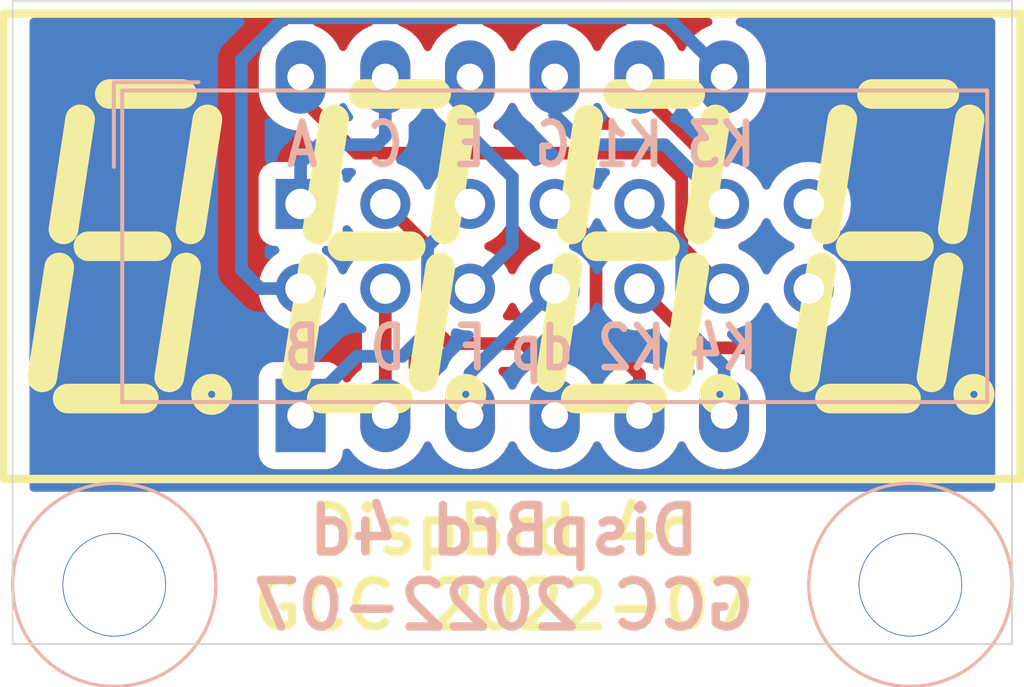
<source format=kicad_pcb>
(kicad_pcb (version 20211014) (generator pcbnew)
  (layers (0 "F.Cu" signal) (31 "B.Cu" signal) (36 "B.SilkS" user "B.Silkscreen") (37 "F.SilkS" user "F.Silkscreen") (38 "B.Mask" user) (39 "F.Mask" user) (44 "Edge.Cuts" user))
  (net 0 "")
  (net 1 "/K_SegA")
  (net 2 "/K_SegB")
  (net 3 "/K_SegC")
  (net 4 "/K_SegDP")
  (net 5 "/A0")
  (net 6 "/K_SegD")
  (net 7 "/K_SegE")
  (net 8 "/K_SegG")
  (net 9 "/K_SegF")
  (net 10 "/A1")
  (net 11 "/A2")
  (net 12 "/A3")
  (net 13 "Net-(P5-Pad14)")
  (net 14 "Net-(P5-Pad13)")
  (footprint "GCC_Display:Disp7s4x_036_6+6" (layer "F.Cu") (at 40.386 30.226)
    (fp_text reference "S3" hide)
    (fp_text value "LEDDSP4_CA_6+6" hide)
    (fp_line (start -2.16154 0.635) (end -2.66954 3.93446) (layer "F.SilkS") (width 0.889))
    (fp_line (start 13.07846 0.635) (end 12.57046 3.93446) (layer "F.SilkS") (width 0.889))
    (fp_line (start -12.96162 -3.80746) (end -13.462 -0.508) (layer "F.SilkS") (width 0.889))
    (fp_line (start 12.192 0) (end 10.1473 0) (layer "F.SilkS") (width 0.889))
    (fp_line (start -4.45262 -4.56946) (end -2.286 -4.56946) (layer "F.SilkS") (width 0.889))
    (fp_line (start -10.668 0) (end -12.7127 0) (layer "F.SilkS") (width 0.889))
    (fp_line (start -13.335 4.56946) (end -11.05154 4.56946) (layer "F.SilkS") (width 0.889))
    (fp_line (start -1.524 -3.80746) (end -2.032 -0.508) (layer "F.SilkS") (width 0.889))
    (fp_line (start 13.716 -3.80746) (end 13.208 -0.508) (layer "F.SilkS") (width 0.889))
    (fp_line (start -5.969 0.635) (end -6.477 3.93446) (layer "F.SilkS") (width 0.889))
    (fp_line (start -15.23746 6.985) (end -15.23746 -6.985) (layer "F.SilkS") (width 0.254))
    (fp_line (start 4.572 0) (end 2.5273 0) (layer "F.SilkS") (width 0.889))
    (fp_line (start -3.048 0) (end -5.0927 0) (layer "F.SilkS") (width 0.889))
    (fp_line (start -5.715 4.56946) (end -3.43154 4.56946) (layer "F.SilkS") (width 0.889))
    (fp_line (start -9.78154 0.635) (end -10.28954 3.93446) (layer "F.SilkS") (width 0.889))
    (fp_line (start -15.23746 6.985) (end 15.23746 6.985) (layer "F.SilkS") (width 0.254))
    (fp_line (start 9.89838 -3.80746) (end 9.398 -0.508) (layer "F.SilkS") (width 0.889))
    (fp_line (start 9.525 4.56946) (end 11.80846 4.56946) (layer "F.SilkS") (width 0.889))
    (fp_line (start 9.271 0.635) (end 8.763 3.93446) (layer "F.SilkS") (width 0.889))
    (fp_line (start 5.45846 0.635) (end 4.95046 3.93446) (layer "F.SilkS") (width 0.889))
    (fp_line (start 6.096 -3.80746) (end 5.588 -0.508) (layer "F.SilkS") (width 0.889))
    (fp_line (start -5.34162 -3.80746) (end -5.842 -0.508) (layer "F.SilkS") (width 0.889))
    (fp_line (start 1.651 0.635) (end 1.143 3.93446) (layer "F.SilkS") (width 0.889))
    (fp_line (start -12.07262 -4.56946) (end -9.906 -4.56946) (layer "F.SilkS") (width 0.889))
    (fp_line (start 2.27838 -3.80746) (end 1.778 -0.508) (layer "F.SilkS") (width 0.889))
    (fp_line (start 15.23746 6.985) (end 15.23746 -6.985) (layer "F.SilkS") (width 0.254))
    (fp_line (start -13.589 0.635) (end -14.097 3.93446) (layer "F.SilkS") (width 0.889))
    (fp_line (start 15.23492 -6.985) (end -15.23492 -6.985) (layer "F.SilkS") (width 0.254))
    (fp_line (start -9.144 -3.80746) (end -9.652 -0.508) (layer "F.SilkS") (width 0.889))
    (fp_line (start 1.905 4.56946) (end 4.18846 4.56946) (layer "F.SilkS") (width 0.889))
    (fp_line (start 3.16738 -4.56946) (end 5.334 -4.56946) (layer "F.SilkS") (width 0.889))
    (fp_line (start 10.78738 -4.56946) (end 12.954 -4.56946) (layer "F.SilkS") (width 0.889))
    (fp_circle (center -1.397 4.445) (end -1.143 4.18846) (layer "F.SilkS") (width 0.508) (fill none))
    (fp_circle (center 6.223 4.445) (end 6.477 4.18846) (layer "F.SilkS") (width 0.508) (fill none))
    (fp_circle (center 13.843 4.445) (end 14.097 4.18846) (layer "F.SilkS") (width 0.508) (fill none))
    (fp_circle (center -9.017 4.445) (end -8.763 4.18846) (layer "F.SilkS") (width 0.508) (fill none))
    (pad "1" thru_hole rect locked (at -6.35 5.08 90) (size 2.19964 1.50114) (drill 0.8001) (layers *.Cu *.Mask) (net 7 "/K_SegE"))
    (pad "2" thru_hole oval locked (at -3.81 5.08 90) (size 2.1971 1.4986) (drill 0.8001) (layers *.Cu *.Mask) (net 6 "/K_SegD"))
    (pad "3" thru_hole oval locked (at -1.27 5.08 90) (size 2.1971 1.4986) (drill 0.8001) (layers *.Cu *.Mask) (net 4 "/K_SegDP"))
    (pad "4" thru_hole oval locked (at 1.27 5.08 90) (size 2.1971 1.4986) (drill 0.8001) (layers *.Cu *.Mask) (net 3 "/K_SegC"))
    (pad "5" thru_hole oval locked (at 3.81 5.08 90) (size 2.1971 1.4986) (drill 0.8001) (layers *.Cu *.Mask) (net 8 "/K_SegG"))
    (pad "6" thru_hole oval locked (at 6.35 5.08 90) (size 2.1971 1.4986) (drill 0.8001) (layers *.Cu *.Mask) (net 5 "/A0"))
    (pad "7" thru_hole oval locked (at 6.35 -5.08 90) (size 2.1971 1.4986) (drill 0.8001) (layers *.Cu *.Mask) (net 2 "/K_SegB"))
    (pad "8" thru_hole oval locked (at 3.81 -5.08 90) (size 2.1971 1.4986) (drill 0.8001) (layers *.Cu *.Mask) (net 10 "/A1"))
    (pad "9" thru_hole oval locked (at 1.27 -5.08 90) (size 2.1971 1.4986) (drill 0.8001) (layers *.Cu *.Mask) (net 11 "/A2"))
    (pad "10" thru_hole oval locked (at -1.27 -5.08 90) (size 2.1971 1.4986) (drill 0.8001) (layers *.Cu *.Mask) (net 9 "/K_SegF"))
    (pad "11" thru_hole oval locked (at -3.81 -5.08 90) (size 2.1971 1.4986) (drill 0.8001) (layers *.Cu *.Mask) (net 1 "/K_SegA"))
    (pad "12" thru_hole oval locked (at -6.34746 -5.08 90) (size 2.1971 1.4986) (drill 0.8001) (layers *.Cu *.Mask) (net 12 "/A3"))
  )
  (footprint "GCC_holes:Hole3mm" (layer "B.Cu") (at 28.448 40.386)
    (fp_text reference "H5" hide)
    (fp_text value "MountingHole" hide)
    (fp_circle (center 0 0) (end 0 3.048) (layer "B.SilkS") (width 0.1) (fill none))
    (pad "1" thru_hole circle locked (at 0 0) (size 3.1 3.1) (drill 3.05) (layers *.Cu *.Mask))
  )
  (footprint "Connector_IDC:IDC-Header_2x07_P2.54mm_Vertical" (layer "B.Cu") (at 34.036 28.956 -90)
    (fp_text reference "P5" hide)
    (fp_text value "Disp4b" hide)
    (fp_line (start -3.405 -20.59) (end -3.405 5.35) (layer "B.SilkS") (width 0.12))
    (fp_line (start -3.655 5.6) (end -3.655 3.06) (layer "B.SilkS") (width 0.12))
    (fp_line (start -3.405 5.35) (end 5.945 5.35) (layer "B.SilkS") (width 0.12))
    (fp_line (start 5.945 -20.59) (end -3.405 -20.59) (layer "B.SilkS") (width 0.12))
    (fp_line (start 5.945 5.35) (end 5.945 -20.59) (layer "B.SilkS") (width 0.12))
    (fp_line (start -3.655 5.6) (end -1.115 5.6) (layer "B.SilkS") (width 0.12))
    (pad "1" thru_hole rect locked (at 0 0 270) (size 1.4986 1.4986) (drill 0.9144) (layers *.Cu *.Mask) (net 1 "/K_SegA"))
    (pad "2" thru_hole oval locked (at 2.54 0 270) (size 1.4986 1.4986) (drill 0.9144) (layers *.Cu *.Mask) (net 2 "/K_SegB"))
    (pad "3" thru_hole oval locked (at 0 -2.54 270) (size 1.4986 1.4986) (drill 0.9144) (layers *.Cu *.Mask) (net 3 "/K_SegC"))
    (pad "4" thru_hole oval locked (at 2.54 -2.54 270) (size 1.4986 1.4986) (drill 0.9144) (layers *.Cu *.Mask) (net 6 "/K_SegD"))
    (pad "5" thru_hole oval locked (at 0 -5.08 270) (size 1.4986 1.4986) (drill 0.9144) (layers *.Cu *.Mask) (net 7 "/K_SegE"))
    (pad "6" thru_hole oval locked (at 2.54 -5.08 270) (size 1.4986 1.4986) (drill 0.9144) (layers *.Cu *.Mask) (net 9 "/K_SegF"))
    (pad "7" thru_hole oval locked (at 0 -7.62 270) (size 1.4986 1.4986) (drill 0.9144) (layers *.Cu *.Mask) (net 8 "/K_SegG"))
    (pad "8" thru_hole oval locked (at 2.54 -7.62 270) (size 1.4986 1.4986) (drill 0.9144) (layers *.Cu *.Mask) (net 4 "/K_SegDP"))
    (pad "9" thru_hole oval locked (at 0 -10.16 270) (size 1.4986 1.4986) (drill 0.9144) (layers *.Cu *.Mask) (net 5 "/A0"))
    (pad "10" thru_hole oval locked (at 2.54 -10.16 270) (size 1.4986 1.4986) (drill 0.9144) (layers *.Cu *.Mask) (net 10 "/A1"))
    (pad "11" thru_hole oval locked (at 0 -12.7 270) (size 1.4986 1.4986) (drill 0.9144) (layers *.Cu *.Mask) (net 11 "/A2"))
    (pad "12" thru_hole oval locked (at 2.54 -12.7 270) (size 1.4986 1.4986) (drill 0.9144) (layers *.Cu *.Mask) (net 12 "/A3"))
    (pad "13" thru_hole oval locked (at 0 -15.24 270) (size 1.4986 1.4986) (drill 0.9144) (layers *.Cu *.Mask) (net 14 "Net-(P5-Pad13)"))
    (pad "14" thru_hole oval locked (at 2.54 -15.24 270) (size 1.4986 1.4986) (drill 0.9144) (layers *.Cu *.Mask) (net 13 "Net-(P5-Pad14)"))
  )
  (footprint "GCC_holes:Hole3mm" (layer "B.Cu") (at 52.324 40.386)
    (fp_text reference "H6" hide)
    (fp_text value "MountingHole" hide)
    (fp_circle (center 0 0) (end 0 3.048) (layer "B.SilkS") (width 0.1) (fill none))
    (pad "1" thru_hole circle locked (at 0 0) (size 3.1 3.1) (drill 3.05) (layers *.Cu *.Mask))
  )
  (gr_rect (start 25.4 22.86) (end 55.372 42.164) (layer "Edge.Cuts") (width 0.05) (fill none))
  (gr_text "K3 K1 G  E  C  A" (at 40.64 27.178) (layer "B.SilkS") (effects (font (size 1.27 1.016) (thickness 0.2032)) (justify mirror)))
  (gr_text "K4 K2 dp F  D  B" (at 40.64 33.274) (layer "B.SilkS") (effects (font (size 1.27 1.016) (thickness 0.2032)) (justify mirror)))
  (gr_text "DispBrd 4d\nGCC 2022-07" (at 40.132 39.878) (layer "B.SilkS") (effects (font (size 1.397 1.397) (thickness 0.254)) (justify mirror)))
  (gr_text "DispBrd 4d\nGCC 2022-07" (at 40.132 39.878) (layer "F.SilkS") (effects (font (size 1.397 1.397) (thickness 0.254))))
  (segment (start 36.322 27.178) (end 36.576 26.924) (width 0.381) (layer "B.Cu") (net 1))
  (segment (start 34.036 27.725) (end 34.583 27.178) (width 0.381) (layer "B.Cu") (net 1))
  (segment (start 36.576 26.924) (end 36.576 25.146) (width 0.381) (layer "B.Cu") (net 1))
  (segment (start 34.583 27.178) (end 36.322 27.178) (width 0.381) (layer "B.Cu") (net 1))
  (segment (start 34.036 28.956) (end 34.036 27.725) (width 0.381) (layer "B.Cu") (net 1))
  (segment (start 45.05325 23.368) (end 45.466 23.78075) (width 0.381) (layer "B.Cu") (net 2))
  (segment (start 33.528 23.368) (end 45.05325 23.368) (width 0.381) (layer "B.Cu") (net 2))
  (segment (start 34.036 31.496) (end 32.833919 31.496) (width 0.381) (layer "B.Cu") (net 2))
  (segment (start 32.258 30.920081) (end 32.258 24.638) (width 0.381) (layer "B.Cu") (net 2))
  (segment (start 45.466 23.78075) (end 46.736 25.05075) (width 0.381) (layer "B.Cu") (net 2))
  (segment (start 32.833919 31.496) (end 32.258 30.920081) (width 0.381) (layer "B.Cu") (net 2))
  (segment (start 32.258 24.638) (end 33.528 23.368) (width 0.381) (layer "B.Cu") (net 2))
  (segment (start 36.576 28.956) (end 37.846 30.226) (width 0.381) (layer "F.Cu") (net 3))
  (segment (start 41.656 34.07918) (end 41.656 35.306) (width 0.381) (layer "F.Cu") (net 3))
  (segment (start 37.846 32.512) (end 38.481 33.147) (width 0.381) (layer "F.Cu") (net 3))
  (segment (start 40.72382 33.147) (end 41.656 34.07918) (width 0.381) (layer "F.Cu") (net 3))
  (segment (start 37.846 30.226) (end 37.846 32.512) (width 0.381) (layer "F.Cu") (net 3))
  (segment (start 38.481 33.147) (end 40.72382 33.147) (width 0.381) (layer "F.Cu") (net 3))
  (segment (start 41.656 31.496) (end 39.116 34.036) (width 0.381) (layer "B.Cu") (net 4))
  (segment (start 39.116 34.036) (end 39.116 35.306) (width 0.381) (layer "B.Cu") (net 4))
  (segment (start 44.196 28.956) (end 45.466 30.226) (width 0.381) (layer "B.Cu") (net 5))
  (segment (start 45.466 32.55518) (end 46.736 33.82518) (width 0.381) (layer "B.Cu") (net 5))
  (segment (start 46.736 33.82518) (end 46.736 35.306) (width 0.381) (layer "B.Cu") (net 5))
  (segment (start 45.466 30.226) (end 45.466 32.55518) (width 0.381) (layer "B.Cu") (net 5))
  (segment (start 36.576 31.496) (end 36.576 33.782) (width 0.381) (layer "F.Cu") (net 6))
  (segment (start 36.576 33.782) (end 36.576 35.56) (width 0.381) (layer "F.Cu") (net 6))
  (segment (start 36.576 33.782) (end 36.576 35.306) (width 0.381) (layer "F.Cu") (net 6))
  (segment (start 39.116 28.956) (end 37.846 30.226) (width 0.381) (layer "B.Cu") (net 7))
  (segment (start 34.036 35.21075) (end 34.036 35.306) (width 0.381) (layer "B.Cu") (net 7))
  (segment (start 35.71875 33.528) (end 34.036 35.21075) (width 0.381) (layer "B.Cu") (net 7))
  (segment (start 37.846 30.226) (end 37.846 32.766) (width 0.381) (layer "B.Cu") (net 7))
  (segment (start 37.084 33.528) (end 35.71875 33.528) (width 0.381) (layer "B.Cu") (net 7))
  (segment (start 37.846 32.766) (end 37.084 33.528) (width 0.381) (layer "B.Cu") (net 7))
  (segment (start 44.196 34.07918) (end 44.196 35.306) (width 0.381) (layer "F.Cu") (net 8))
  (segment (start 41.656 28.956) (end 42.896501 30.196501) (width 0.381) (layer "F.Cu") (net 8))
  (segment (start 42.896501 30.196501) (end 42.896501 32.779681) (width 0.381) (layer "F.Cu") (net 8))
  (segment (start 42.896501 32.779681) (end 44.196 34.07918) (width 0.381) (layer "F.Cu") (net 8))
  (segment (start 39.116 26.88082) (end 39.116 25.146) (width 0.381) (layer "B.Cu") (net 9))
  (segment (start 40.386 28.15082) (end 39.116 26.88082) (width 0.381) (layer "B.Cu") (net 9))
  (segment (start 40.386 30.226) (end 40.386 28.15082) (width 0.381) (layer "B.Cu") (net 9))
  (segment (start 39.116 31.496) (end 40.386 30.226) (width 0.381) (layer "B.Cu") (net 9))
  (segment (start 50.292 33.274) (end 45.974 33.274) (width 0.381) (layer "F.Cu") (net 10))
  (segment (start 51.181 32.385) (end 50.292 33.274) (width 0.381) (layer "F.Cu") (net 10))
  (segment (start 44.196 25.527) (end 46.101 27.432) (width 0.381) (layer "F.Cu") (net 10))
  (segment (start 51.181 28.067) (end 51.181 32.385) (width 0.381) (layer "F.Cu") (net 10))
  (segment (start 46.101 27.432) (end 50.546 27.432) (width 0.381) (layer "F.Cu") (net 10))
  (segment (start 44.196 25.146) (end 44.196 25.527) (width 0.381) (layer "F.Cu") (net 10))
  (segment (start 50.546 27.432) (end 51.181 28.067) (width 0.381) (layer "F.Cu") (net 10))
  (segment (start 45.974 33.274) (end 44.196 31.496) (width 0.381) (layer "F.Cu") (net 10))
  (segment (start 44.196 25.146) (end 44.196 25.654) (width 0.381) (layer "F.Cu") (net 10))
  (segment (start 44.196 25.146) (end 44.196 25.49525) (width 0.381) (layer "B.Cu") (net 10))
  (segment (start 41.656 25.146) (end 41.656 26.289) (width 0.381) (layer "B.Cu") (net 11))
  (segment (start 41.656 26.289) (end 42.545 27.178) (width 0.381) (layer "B.Cu") (net 11))
  (segment (start 44.958 27.178) (end 46.736 28.956) (width 0.381) (layer "B.Cu") (net 11))
  (segment (start 42.545 27.178) (end 44.958 27.178) (width 0.381) (layer "B.Cu") (net 11))
  (segment (start 45.466 28.194) (end 45.466 30.226) (width 0.381) (layer "F.Cu") (net 12))
  (segment (start 45.466 30.226) (end 46.736 31.496) (width 0.381) (layer "F.Cu") (net 12))
  (segment (start 44.704 27.432) (end 45.466 28.194) (width 0.381) (layer "F.Cu") (net 12))
  (segment (start 34.03854 25.74925) (end 35.72129 27.432) (width 0.381) (layer "F.Cu") (net 12))
  (segment (start 34.03854 25.4) (end 34.03854 25.74925) (width 0.381) (layer "F.Cu") (net 12))
  (segment (start 35.72129 27.432) (end 44.704 27.432) (width 0.381) (layer "F.Cu") (net 12))
  (zone (net 0) (net_name "") (layer "F.Cu") (connect_pads (clearance 0.508)) (min_thickness 0.254) (fill yes (thermal_gap 0.508) (thermal_bridge_width 0.508))
    (polygon (pts (xy 25.4 22.86) (xy 55.372 22.86) (xy 55.372 37.592) (xy 25.4 37.592)))
  )
  (zone (net 0) (net_name "") (layer "B.Cu") (connect_pads (clearance 0.508)) (min_thickness 0.254) (fill yes (thermal_gap 0.508) (thermal_bridge_width 0.508))
    (polygon (pts (xy 25.4 22.86) (xy 55.372 22.86) (xy 55.372 37.592) (xy 25.4 37.592)))
  )
)
</source>
